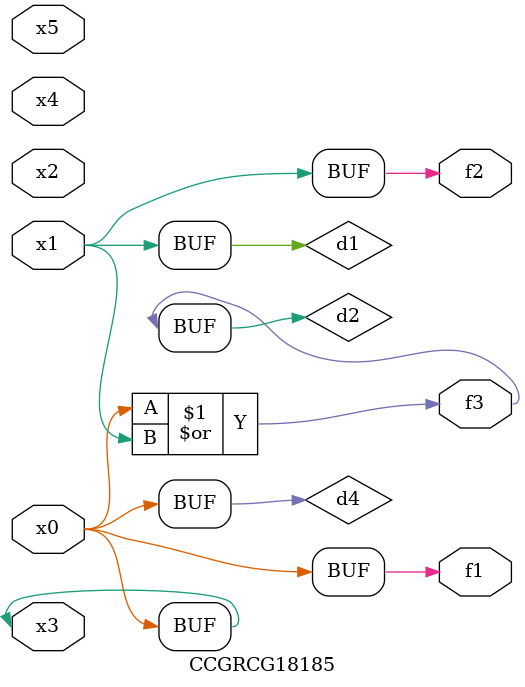
<source format=v>
module CCGRCG18185(
	input x0, x1, x2, x3, x4, x5,
	output f1, f2, f3
);

	wire d1, d2, d3, d4;

	and (d1, x1);
	or (d2, x0, x1);
	nand (d3, x0, x5);
	buf (d4, x0, x3);
	assign f1 = d4;
	assign f2 = d1;
	assign f3 = d2;
endmodule

</source>
